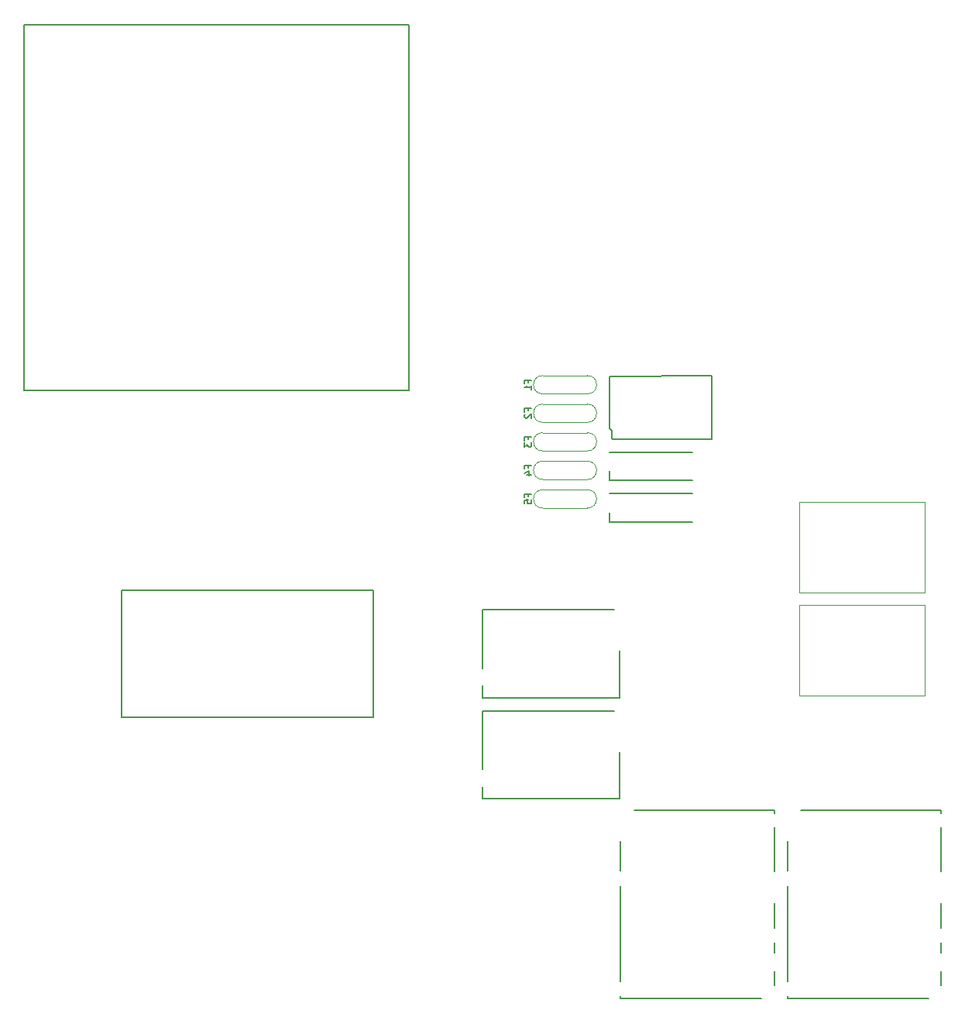
<source format=gbo>
G04 #@! TF.GenerationSoftware,KiCad,Pcbnew,8.0.9-8.0.9-0~ubuntu24.04.1*
G04 #@! TF.CreationDate,2025-02-19T21:10:22+00:00*
G04 #@! TF.ProjectId,rusefiSTI2004,72757365-6669-4535-9449-323030342e6b,rev?*
G04 #@! TF.SameCoordinates,Original*
G04 #@! TF.FileFunction,Legend,Bot*
G04 #@! TF.FilePolarity,Positive*
%FSLAX46Y46*%
G04 Gerber Fmt 4.6, Leading zero omitted, Abs format (unit mm)*
G04 Created by KiCad (PCBNEW 8.0.9-8.0.9-0~ubuntu24.04.1) date 2025-02-19 21:10:22*
%MOMM*%
%LPD*%
G01*
G04 APERTURE LIST*
%ADD10C,0.127000*%
%ADD11C,0.200000*%
%ADD12C,0.100000*%
%ADD13C,0.120000*%
G04 APERTURE END LIST*
D10*
X92581768Y65899000D02*
X92581768Y66153000D01*
X92980911Y66153000D02*
X92218911Y66153000D01*
X92218911Y66153000D02*
X92218911Y65790143D01*
X92291483Y65536143D02*
X92255197Y65499857D01*
X92255197Y65499857D02*
X92218911Y65427285D01*
X92218911Y65427285D02*
X92218911Y65245857D01*
X92218911Y65245857D02*
X92255197Y65173285D01*
X92255197Y65173285D02*
X92291483Y65137000D01*
X92291483Y65137000D02*
X92364054Y65100714D01*
X92364054Y65100714D02*
X92436626Y65100714D01*
X92436626Y65100714D02*
X92545483Y65137000D01*
X92545483Y65137000D02*
X92980911Y65572428D01*
X92980911Y65572428D02*
X92980911Y65100714D01*
X92581768Y62779000D02*
X92581768Y63033000D01*
X92980911Y63033000D02*
X92218911Y63033000D01*
X92218911Y63033000D02*
X92218911Y62670143D01*
X92218911Y62452428D02*
X92218911Y61980714D01*
X92218911Y61980714D02*
X92509197Y62234714D01*
X92509197Y62234714D02*
X92509197Y62125857D01*
X92509197Y62125857D02*
X92545483Y62053285D01*
X92545483Y62053285D02*
X92581768Y62017000D01*
X92581768Y62017000D02*
X92654340Y61980714D01*
X92654340Y61980714D02*
X92835768Y61980714D01*
X92835768Y61980714D02*
X92908340Y62017000D01*
X92908340Y62017000D02*
X92944626Y62053285D01*
X92944626Y62053285D02*
X92980911Y62125857D01*
X92980911Y62125857D02*
X92980911Y62343571D01*
X92980911Y62343571D02*
X92944626Y62416143D01*
X92944626Y62416143D02*
X92908340Y62452428D01*
X92581768Y59659000D02*
X92581768Y59913000D01*
X92980911Y59913000D02*
X92218911Y59913000D01*
X92218911Y59913000D02*
X92218911Y59550143D01*
X92472911Y58933285D02*
X92980911Y58933285D01*
X92182626Y59114714D02*
X92726911Y59296143D01*
X92726911Y59296143D02*
X92726911Y58824428D01*
X92581768Y56539000D02*
X92581768Y56793000D01*
X92980911Y56793000D02*
X92218911Y56793000D01*
X92218911Y56793000D02*
X92218911Y56430143D01*
X92218911Y55777000D02*
X92218911Y56139857D01*
X92218911Y56139857D02*
X92581768Y56176143D01*
X92581768Y56176143D02*
X92545483Y56139857D01*
X92545483Y56139857D02*
X92509197Y56067285D01*
X92509197Y56067285D02*
X92509197Y55885857D01*
X92509197Y55885857D02*
X92545483Y55813285D01*
X92545483Y55813285D02*
X92581768Y55777000D01*
X92581768Y55777000D02*
X92654340Y55740714D01*
X92654340Y55740714D02*
X92835768Y55740714D01*
X92835768Y55740714D02*
X92908340Y55777000D01*
X92908340Y55777000D02*
X92944626Y55813285D01*
X92944626Y55813285D02*
X92980911Y55885857D01*
X92980911Y55885857D02*
X92980911Y56067285D01*
X92980911Y56067285D02*
X92944626Y56139857D01*
X92944626Y56139857D02*
X92908340Y56176143D01*
X92581768Y69019000D02*
X92581768Y69273000D01*
X92980911Y69273000D02*
X92218911Y69273000D01*
X92218911Y69273000D02*
X92218911Y68910143D01*
X92980911Y68220714D02*
X92980911Y68656143D01*
X92980911Y68438428D02*
X92218911Y68438428D01*
X92218911Y68438428D02*
X92327768Y68511000D01*
X92327768Y68511000D02*
X92400340Y68583571D01*
X92400340Y68583571D02*
X92436626Y68656143D01*
D11*
G04 #@! TO.C,M6*
X87625000Y33112500D02*
X87625000Y26712500D01*
X87625000Y23512500D02*
X87625000Y24812500D01*
X87625000Y23512500D02*
X102625000Y23512500D01*
X102025000Y33112500D02*
X87625000Y33112500D01*
X102625000Y23512500D02*
X102625000Y28612500D01*
G04 #@! TO.C,M3*
X75675000Y46275000D02*
X48175000Y46275000D01*
X48175000Y32375000D01*
X75675000Y32375000D01*
X75675000Y46275000D01*
G04 #@! TO.C,M9*
D12*
X135975000Y44675000D02*
X122275000Y44675000D01*
X122275000Y34775000D01*
X135975000Y34775000D01*
X135975000Y44675000D01*
D13*
G04 #@! TO.C,F2*
X99035000Y66645000D02*
X94185000Y66645000D01*
X99035000Y64645000D02*
X94185000Y64645000D01*
X94185000Y64645000D02*
G75*
G02*
X94185000Y66645000I0J1000000D01*
G01*
X99085000Y66645000D02*
G75*
G02*
X99085000Y64645000I0J-1000000D01*
G01*
G04 #@! TO.C,F3*
X99035000Y63525000D02*
X94185000Y63525000D01*
X99035000Y61525000D02*
X94185000Y61525000D01*
X94185000Y61525000D02*
G75*
G02*
X94185000Y63525000I0J1000000D01*
G01*
X99085000Y63525000D02*
G75*
G02*
X99085000Y61525000I0J-1000000D01*
G01*
D11*
G04 #@! TO.C,M5*
X87625000Y44162500D02*
X87625000Y37762500D01*
X87625000Y34562500D02*
X87625000Y35862500D01*
X87625000Y34562500D02*
X102625000Y34562500D01*
X102025000Y44162500D02*
X87625000Y44162500D01*
X102625000Y34562500D02*
X102625000Y39662500D01*
G04 #@! TO.C,M8*
X102699999Y15649996D02*
X102699999Y18849999D01*
X102699999Y3549996D02*
X102699999Y13949998D01*
X102699999Y1649996D02*
X102699999Y1949996D01*
X102699999Y1649996D02*
X118099999Y1649996D01*
X104199999Y22249994D02*
X119499998Y22249996D01*
X119499996Y15549998D02*
X119499996Y20349998D01*
X119499996Y9349996D02*
X119499996Y12049996D01*
X119499996Y6649998D02*
X119499996Y7750001D01*
X119499996Y3099996D02*
X119500001Y4649996D01*
X119499998Y21949998D02*
X119499998Y22249996D01*
G04 #@! TO.C,M4*
X101494997Y69686153D02*
X112669997Y69725000D01*
X101494997Y63988331D02*
X101494997Y69686153D01*
X101494997Y63988331D02*
X101770001Y63713325D01*
X101770001Y62888326D02*
X101770001Y63713325D01*
X101770001Y62888326D02*
X101826203Y62838326D01*
X101826203Y62838326D02*
X112669997Y62838326D01*
X112669997Y62832123D02*
X112669997Y69725000D01*
G04 #@! TO.C,M7*
X101495000Y61395000D02*
X110595000Y61395000D01*
X101495000Y58294997D02*
X101495000Y59294999D01*
X101495000Y58294997D02*
X110595000Y58294997D01*
G04 #@! TO.C,M13*
X101495000Y56844997D02*
X110595000Y56844997D01*
X101495000Y53744994D02*
X101495000Y54744996D01*
X101495000Y53744994D02*
X110595000Y53744994D01*
D13*
G04 #@! TO.C,F4*
X99035000Y60405000D02*
X94185000Y60405000D01*
X99035000Y58405000D02*
X94185000Y58405000D01*
X94185000Y58405000D02*
G75*
G02*
X94185000Y60405000I0J1000000D01*
G01*
X99085000Y60405000D02*
G75*
G02*
X99085000Y58405000I0J-1000000D01*
G01*
D11*
G04 #@! TO.C,M1*
X37474998Y108074995D02*
X78275001Y108074995D01*
X37474998Y68174996D02*
X37474998Y108074995D01*
X37474998Y68174996D02*
X79574998Y68174996D01*
X78275001Y108074995D02*
X79575001Y108074995D01*
X79574998Y68174996D02*
X79575001Y108074995D01*
G04 #@! TO.C,M2*
D12*
X135975000Y55925000D02*
X122275000Y55925000D01*
X122275000Y46025000D01*
X135975000Y46025000D01*
X135975000Y55925000D01*
D13*
G04 #@! TO.C,F5*
X99035000Y57285000D02*
X94185000Y57285000D01*
X99035000Y55285000D02*
X94185000Y55285000D01*
X94185000Y55285000D02*
G75*
G02*
X94185000Y57285000I0J1000000D01*
G01*
X99085000Y57285000D02*
G75*
G02*
X99085000Y55285000I0J-1000000D01*
G01*
G04 #@! TO.C,F1*
X99035000Y69765000D02*
X94185000Y69765000D01*
X99035000Y67765000D02*
X94185000Y67765000D01*
X94185000Y67765000D02*
G75*
G02*
X94185000Y69765000I0J1000000D01*
G01*
X99085000Y69765000D02*
G75*
G02*
X99085000Y67765000I0J-1000000D01*
G01*
D11*
G04 #@! TO.C,M14*
X120950001Y15649996D02*
X120950001Y18849999D01*
X120950001Y3549996D02*
X120950001Y13949998D01*
X120950001Y1649996D02*
X120950001Y1949996D01*
X120950001Y1649996D02*
X136350001Y1649996D01*
X122450001Y22249994D02*
X137750000Y22249996D01*
X137749998Y15549998D02*
X137749998Y20349998D01*
X137749998Y9349996D02*
X137749998Y12049996D01*
X137749998Y6649998D02*
X137749998Y7750001D01*
X137749998Y3099996D02*
X137750003Y4649996D01*
X137750000Y21949998D02*
X137750000Y22249996D01*
G04 #@! TD*
M02*

</source>
